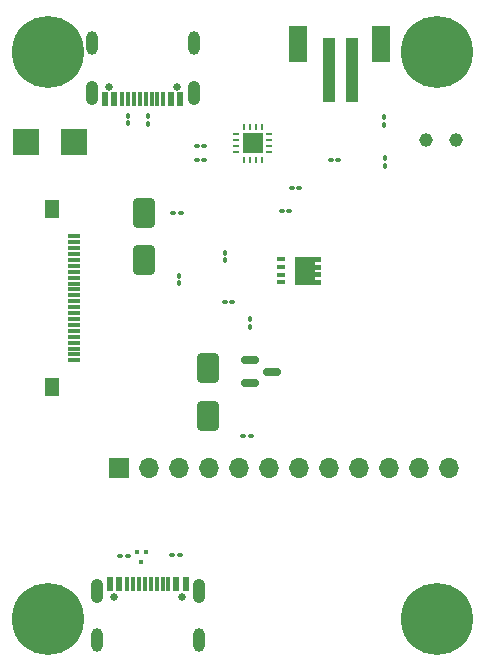
<source format=gbs>
%TF.GenerationSoftware,KiCad,Pcbnew,7.0.5*%
%TF.CreationDate,2023-07-07T08:41:41+03:00*%
%TF.ProjectId,carrier_board_v1,63617272-6965-4725-9f62-6f6172645f76,v01*%
%TF.SameCoordinates,Original*%
%TF.FileFunction,Soldermask,Bot*%
%TF.FilePolarity,Negative*%
%FSLAX46Y46*%
G04 Gerber Fmt 4.6, Leading zero omitted, Abs format (unit mm)*
G04 Created by KiCad (PCBNEW 7.0.5) date 2023-07-07 08:41:41*
%MOMM*%
%LPD*%
G01*
G04 APERTURE LIST*
G04 Aperture macros list*
%AMRoundRect*
0 Rectangle with rounded corners*
0 $1 Rounding radius*
0 $2 $3 $4 $5 $6 $7 $8 $9 X,Y pos of 4 corners*
0 Add a 4 corners polygon primitive as box body*
4,1,4,$2,$3,$4,$5,$6,$7,$8,$9,$2,$3,0*
0 Add four circle primitives for the rounded corners*
1,1,$1+$1,$2,$3*
1,1,$1+$1,$4,$5*
1,1,$1+$1,$6,$7*
1,1,$1+$1,$8,$9*
0 Add four rect primitives between the rounded corners*
20,1,$1+$1,$2,$3,$4,$5,0*
20,1,$1+$1,$4,$5,$6,$7,0*
20,1,$1+$1,$6,$7,$8,$9,0*
20,1,$1+$1,$8,$9,$2,$3,0*%
%AMOutline4P*
0 Free polygon, 4 corners , with rotation*
0 The origin of the aperture is its center*
0 number of corners: always 4*
0 $1 to $8 corner X, Y*
0 $9 Rotation angle, in degrees counterclockwise*
0 create outline with 4 corners*
4,1,4,$1,$2,$3,$4,$5,$6,$7,$8,$1,$2,$9*%
%AMFreePoly0*
4,1,17,1.395000,0.765000,0.855000,0.765000,0.855000,0.535000,1.395000,0.535000,1.395000,0.115000,0.855000,0.115000,0.855000,-0.115000,1.395000,-0.115000,1.395000,-0.535000,0.855000,-0.535000,0.855000,-0.765000,1.395000,-0.765000,1.395000,-1.185000,-0.855000,-1.185000,-0.855000,1.185000,1.395000,1.185000,1.395000,0.765000,1.395000,0.765000,$1*%
G04 Aperture macros list end*
%ADD10R,1.700000X1.700000*%
%ADD11O,1.700000X1.700000*%
%ADD12C,6.100000*%
%ADD13RoundRect,0.100000X0.100000X-0.130000X0.100000X0.130000X-0.100000X0.130000X-0.100000X-0.130000X0*%
%ADD14RoundRect,0.150000X-0.587500X-0.150000X0.587500X-0.150000X0.587500X0.150000X-0.587500X0.150000X0*%
%ADD15C,0.499999*%
%ADD16R,1.679999X1.679999*%
%ADD17R,0.240000X0.599999*%
%ADD18R,0.599999X0.240000*%
%ADD19C,1.168400*%
%ADD20RoundRect,0.100000X-0.130000X-0.100000X0.130000X-0.100000X0.130000X0.100000X-0.130000X0.100000X0*%
%ADD21RoundRect,0.100000X0.130000X0.100000X-0.130000X0.100000X-0.130000X-0.100000X0.130000X-0.100000X0*%
%ADD22C,0.650000*%
%ADD23R,0.600000X1.150000*%
%ADD24R,0.300000X1.150000*%
%ADD25O,1.050000X2.100000*%
%ADD26O,1.000000X2.000000*%
%ADD27R,0.300000X0.300000*%
%ADD28R,2.209800X2.260600*%
%ADD29Outline4P,-0.800000X-1.500000X0.800000X-1.500000X0.800000X1.500000X-0.800000X1.500000X180.000000*%
%ADD30Outline4P,-0.500000X-2.750000X0.500000X-2.750000X0.500000X2.750000X-0.500000X2.750000X180.000000*%
%ADD31R,1.000000X0.300000*%
%ADD32R,1.300000X1.650000*%
%ADD33RoundRect,0.100000X-0.100000X0.130000X-0.100000X-0.130000X0.100000X-0.130000X0.100000X0.130000X0*%
%ADD34RoundRect,0.250000X0.650000X-1.000000X0.650000X1.000000X-0.650000X1.000000X-0.650000X-1.000000X0*%
%ADD35R,0.700000X0.420000*%
%ADD36FreePoly0,0.000000*%
G04 APERTURE END LIST*
D10*
%TO.C,J7*%
X136075000Y-117200000D03*
D11*
X138615000Y-117200000D03*
X141155000Y-117200000D03*
X143695000Y-117200000D03*
X146235000Y-117200000D03*
X148775000Y-117200000D03*
X151315000Y-117200000D03*
X153855000Y-117200000D03*
X156395000Y-117200000D03*
X158935000Y-117200000D03*
X161475000Y-117200000D03*
X164015000Y-117200000D03*
%TD*%
D12*
%TO.C,V1*%
X163000000Y-130000000D03*
X163000000Y-82000000D03*
X130000000Y-130000000D03*
X130000000Y-82000000D03*
%TD*%
D13*
%TO.C,L1*%
X147130000Y-105280000D03*
X147130000Y-104640000D03*
%TD*%
%TO.C,R6*%
X136800000Y-88040000D03*
X136800000Y-87400000D03*
%TD*%
%TO.C,R2*%
X158525000Y-88175000D03*
X158525000Y-87535000D03*
%TD*%
D14*
%TO.C,U5*%
X147155000Y-110010000D03*
X147155000Y-108110000D03*
X149030000Y-109060000D03*
%TD*%
D13*
%TO.C,R1*%
X158550000Y-91625000D03*
X158550000Y-90985000D03*
%TD*%
%TO.C,R5*%
X141150000Y-101575000D03*
X141150000Y-100935000D03*
%TD*%
D15*
%TO.C,U1*%
X147964999Y-90314998D03*
X147964999Y-89135001D03*
D16*
X147375003Y-89725000D03*
D15*
X147375000Y-89725000D03*
X146785001Y-90314998D03*
X146785001Y-89135001D03*
D17*
X146625002Y-91124999D03*
X147125000Y-91124999D03*
X147625002Y-91124999D03*
X148125001Y-91124999D03*
D18*
X148775000Y-90475001D03*
X148775000Y-89975002D03*
X148775000Y-89475000D03*
X148775000Y-88975001D03*
D17*
X148125001Y-88325000D03*
X147625002Y-88325000D03*
X147125000Y-88325000D03*
X146625002Y-88325000D03*
D18*
X145975000Y-88975001D03*
X145975000Y-89475000D03*
X145975000Y-89975002D03*
X145975000Y-90475001D03*
%TD*%
D19*
%TO.C,C7*%
X162080000Y-89475000D03*
X164620000Y-89475000D03*
%TD*%
D20*
%TO.C,C6*%
X153960000Y-91125000D03*
X154600000Y-91125000D03*
%TD*%
D21*
%TO.C,C3*%
X141300000Y-95625000D03*
X140660000Y-95625000D03*
%TD*%
D22*
%TO.C,J4*%
X141377500Y-128125000D03*
X135597500Y-128125000D03*
D23*
X141687500Y-127050000D03*
X140887500Y-127050000D03*
D24*
X139737500Y-127050000D03*
X138737500Y-127050000D03*
X138237500Y-127050000D03*
X137237500Y-127050000D03*
D23*
X135287500Y-127050000D03*
X136087500Y-127050000D03*
D24*
X136737500Y-127050000D03*
X137737500Y-127050000D03*
X139237500Y-127050000D03*
X140237500Y-127050000D03*
D25*
X142807500Y-127625000D03*
D26*
X142807500Y-131805000D03*
X134167500Y-131805000D03*
D25*
X134167500Y-127625000D03*
%TD*%
D27*
%TO.C,U3*%
X137600000Y-124300000D03*
X138300000Y-124300000D03*
X137950000Y-125150000D03*
%TD*%
D21*
%TO.C,R3*%
X141190000Y-124600000D03*
X140550000Y-124600000D03*
%TD*%
%TO.C,C1*%
X147190000Y-114525000D03*
X146550000Y-114525000D03*
%TD*%
%TO.C,C8*%
X145620000Y-103185000D03*
X144980000Y-103185000D03*
%TD*%
D22*
%TO.C,J6*%
X135160000Y-84930000D03*
X140940000Y-84930000D03*
D23*
X134850000Y-86005000D03*
X135650000Y-86005000D03*
D24*
X136800000Y-86005000D03*
X137800000Y-86005000D03*
X138300000Y-86005000D03*
X139300000Y-86005000D03*
D23*
X141250000Y-86005000D03*
X140450000Y-86005000D03*
D24*
X139800000Y-86005000D03*
X138800000Y-86005000D03*
X137300000Y-86005000D03*
X136300000Y-86005000D03*
D25*
X133730000Y-85430000D03*
D26*
X133730000Y-81250000D03*
X142370000Y-81250000D03*
D25*
X142370000Y-85430000D03*
%TD*%
D28*
%TO.C,CR1*%
X132239400Y-89575000D03*
X128150000Y-89575000D03*
%TD*%
D20*
%TO.C,L2*%
X150667500Y-93510000D03*
X151307500Y-93510000D03*
%TD*%
D13*
%TO.C,R9*%
X138525000Y-88050000D03*
X138525000Y-87410000D03*
%TD*%
D21*
%TO.C,C5*%
X143275000Y-91150000D03*
X142635000Y-91150000D03*
%TD*%
D29*
%TO.C,J1*%
X158200000Y-81300000D03*
X151200000Y-81300000D03*
D30*
X155800000Y-83550000D03*
X153800000Y-83550000D03*
%TD*%
D31*
%TO.C,J3*%
X132252800Y-108102250D03*
X132252800Y-107602250D03*
X132252800Y-107102250D03*
X132252800Y-106602250D03*
X132252800Y-106102250D03*
X132252800Y-105602250D03*
X132252800Y-105102250D03*
X132252800Y-104602250D03*
X132252800Y-104102250D03*
X132252800Y-103602250D03*
X132252800Y-103102250D03*
X132252800Y-102602250D03*
X132252800Y-102102250D03*
X132252800Y-101602250D03*
X132252800Y-101102250D03*
X132252800Y-100602250D03*
X132252800Y-100102250D03*
X132252800Y-99602250D03*
X132252800Y-99102250D03*
X132252800Y-98602250D03*
X132252800Y-98102250D03*
X132252800Y-97602250D03*
D32*
X130352800Y-110377250D03*
X130352800Y-95327250D03*
%TD*%
D20*
%TO.C,C4*%
X149817500Y-95435000D03*
X150457500Y-95435000D03*
%TD*%
D33*
%TO.C,C2*%
X145050000Y-99000000D03*
X145050000Y-99640000D03*
%TD*%
D20*
%TO.C,R4*%
X136160000Y-124625000D03*
X136800000Y-124625000D03*
%TD*%
D34*
%TO.C,D2*%
X143605000Y-112785000D03*
X143605000Y-108785000D03*
%TD*%
D35*
%TO.C,Q1*%
X149805000Y-101510000D03*
X149805000Y-100860000D03*
X149805000Y-100210000D03*
X149805000Y-99560000D03*
D36*
X151760000Y-100535000D03*
%TD*%
D34*
%TO.C,D1*%
X138175000Y-99600000D03*
X138175000Y-95600000D03*
%TD*%
D20*
%TO.C,R10*%
X142610000Y-89975000D03*
X143250000Y-89975000D03*
%TD*%
M02*

</source>
